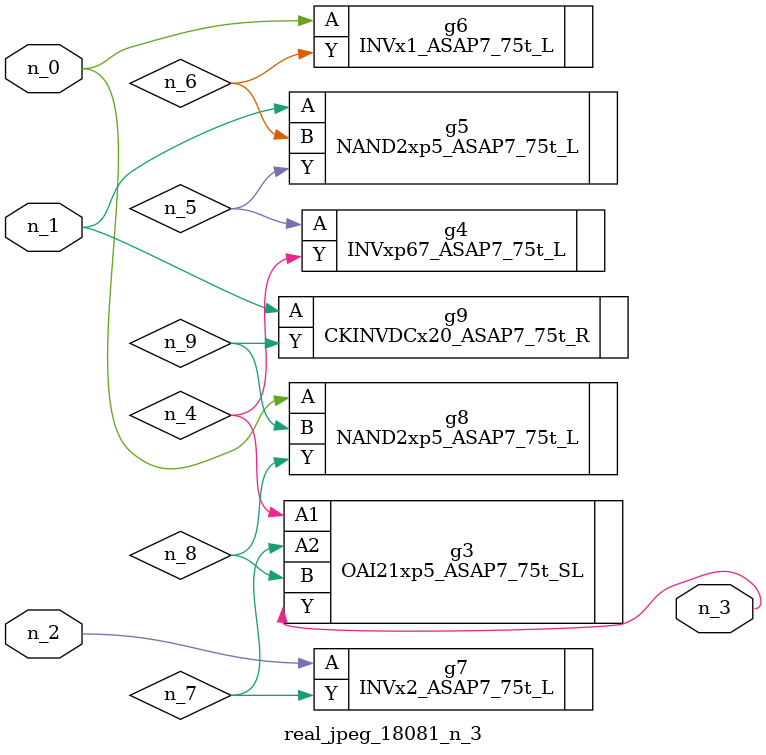
<source format=v>
module real_jpeg_18081_n_3 (n_1, n_0, n_2, n_3);

input n_1;
input n_0;
input n_2;

output n_3;

wire n_5;
wire n_4;
wire n_8;
wire n_6;
wire n_7;
wire n_9;

INVx1_ASAP7_75t_L g6 ( 
.A(n_0),
.Y(n_6)
);

NAND2xp5_ASAP7_75t_L g8 ( 
.A(n_0),
.B(n_9),
.Y(n_8)
);

NAND2xp5_ASAP7_75t_L g5 ( 
.A(n_1),
.B(n_6),
.Y(n_5)
);

CKINVDCx20_ASAP7_75t_R g9 ( 
.A(n_1),
.Y(n_9)
);

INVx2_ASAP7_75t_L g7 ( 
.A(n_2),
.Y(n_7)
);

OAI21xp5_ASAP7_75t_SL g3 ( 
.A1(n_4),
.A2(n_7),
.B(n_8),
.Y(n_3)
);

INVxp67_ASAP7_75t_L g4 ( 
.A(n_5),
.Y(n_4)
);


endmodule
</source>
